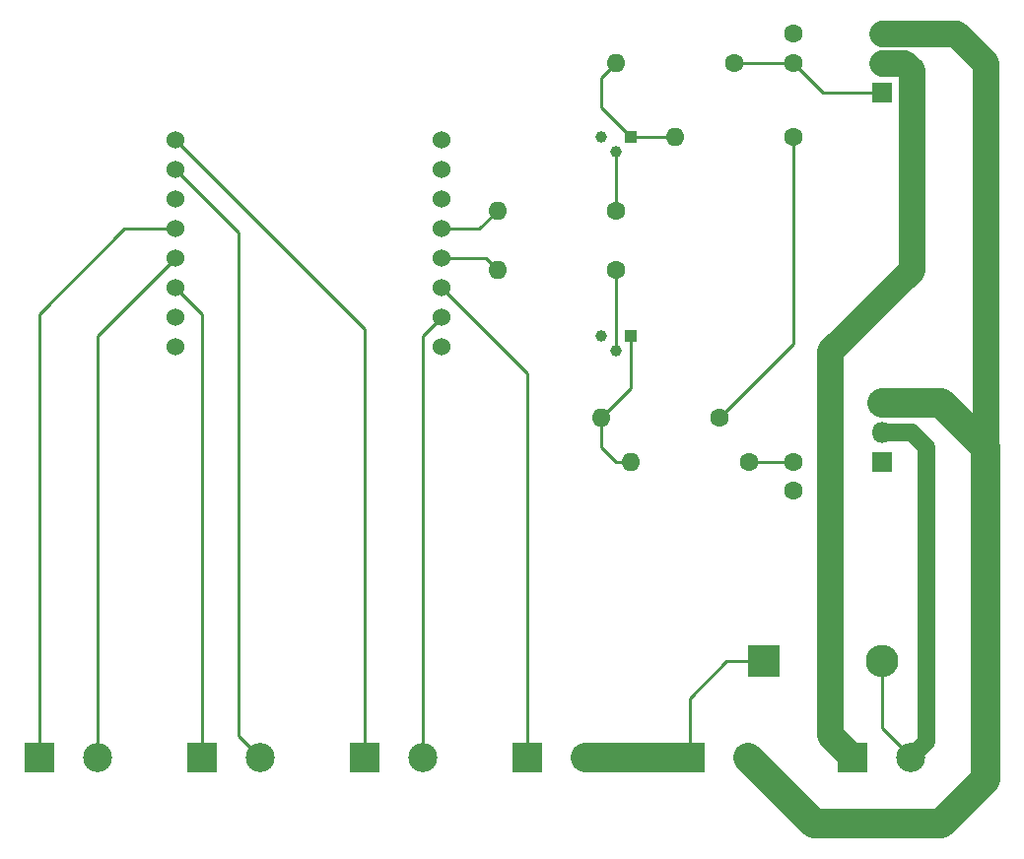
<source format=gtl>
G04 #@! TF.FileFunction,Copper,L1,Top,Signal*
%FSLAX46Y46*%
G04 Gerber Fmt 4.6, Leading zero omitted, Abs format (unit mm)*
G04 Created by KiCad (PCBNEW 4.0.6) date 08/24/17 20:09:39*
%MOMM*%
%LPD*%
G01*
G04 APERTURE LIST*
%ADD10C,0.100000*%
%ADD11C,1.600000*%
%ADD12R,2.800000X2.800000*%
%ADD13O,2.800000X2.800000*%
%ADD14R,2.500000X2.500000*%
%ADD15C,2.500000*%
%ADD16C,1.000000*%
%ADD17R,1.000000X1.000000*%
%ADD18R,1.800000X1.800000*%
%ADD19O,1.800000X1.800000*%
%ADD20O,1.600000X1.600000*%
%ADD21C,1.524000*%
%ADD22C,0.250000*%
%ADD23C,2.300000*%
%ADD24C,2.500000*%
%ADD25C,1.500000*%
G04 APERTURE END LIST*
D10*
D11*
X152400000Y-97790000D03*
X152400000Y-100290000D03*
X152400000Y-63500000D03*
X152400000Y-61000000D03*
D12*
X149860000Y-114935000D03*
D13*
X160020000Y-114935000D03*
D14*
X87630000Y-123190000D03*
D15*
X92630000Y-123190000D03*
D14*
X101600000Y-123190000D03*
D15*
X106600000Y-123190000D03*
D14*
X115570000Y-123190000D03*
D15*
X120570000Y-123190000D03*
D14*
X129540000Y-123190000D03*
D15*
X134540000Y-123190000D03*
D14*
X143510000Y-123190000D03*
D15*
X148510000Y-123190000D03*
D14*
X157480000Y-123190000D03*
D15*
X162480000Y-123190000D03*
D16*
X137160000Y-88265000D03*
X135890000Y-86995000D03*
D17*
X138430000Y-86995000D03*
D16*
X137160000Y-71120000D03*
X135890000Y-69850000D03*
D17*
X138430000Y-69850000D03*
D18*
X160020000Y-97790000D03*
D19*
X160020000Y-95250000D03*
X160020000Y-92710000D03*
D18*
X160020000Y-66040000D03*
D19*
X160020000Y-63500000D03*
X160020000Y-60960000D03*
D11*
X137160000Y-81280000D03*
D20*
X127000000Y-81280000D03*
D11*
X137160000Y-76200000D03*
D20*
X127000000Y-76200000D03*
D11*
X146050000Y-93980000D03*
D20*
X135890000Y-93980000D03*
D11*
X152400000Y-69850000D03*
D20*
X142240000Y-69850000D03*
D11*
X148590000Y-97790000D03*
D20*
X138430000Y-97790000D03*
D11*
X147320000Y-63500000D03*
D20*
X137160000Y-63500000D03*
D21*
X122195001Y-70125001D03*
X122195001Y-72665001D03*
X122195001Y-75205001D03*
X122195001Y-77745001D03*
X122195001Y-80285001D03*
X122195001Y-82825001D03*
X122195001Y-85365001D03*
X122195001Y-87905001D03*
X99335001Y-70125001D03*
X99335001Y-72665001D03*
X99335001Y-75205001D03*
X99335001Y-77745001D03*
X99335001Y-80285001D03*
X99335001Y-82825001D03*
X99335001Y-85365001D03*
X99335001Y-87905001D03*
X122195001Y-70125001D03*
D22*
X148590000Y-97790000D02*
X152400000Y-97790000D01*
D23*
X160020000Y-60960000D02*
X166370000Y-60960000D01*
X168910000Y-63500000D02*
X168910000Y-96520000D01*
X166370000Y-60960000D02*
X168910000Y-63500000D01*
D24*
X160020000Y-92710000D02*
X165100000Y-92710000D01*
X165100000Y-92710000D02*
X168910000Y-96520000D01*
X154225000Y-128905000D02*
X148510000Y-123190000D01*
X168910000Y-96520000D02*
X168910000Y-125095000D01*
X168910000Y-125095000D02*
X165100000Y-128905000D01*
X165100000Y-128905000D02*
X154225000Y-128905000D01*
D22*
X99335001Y-72665001D02*
X104775000Y-78105000D01*
X104775000Y-78105000D02*
X104775000Y-121365000D01*
X104775000Y-121365000D02*
X106600000Y-123190000D01*
X159980000Y-61000000D02*
X160020000Y-60960000D01*
X152400000Y-63500000D02*
X154940000Y-66040000D01*
X154940000Y-66040000D02*
X160020000Y-66040000D01*
X147320000Y-63500000D02*
X152400000Y-63500000D01*
X149860000Y-114935000D02*
X146685000Y-114935000D01*
X143510000Y-118110000D02*
X143510000Y-123190000D01*
X146685000Y-114935000D02*
X143510000Y-118110000D01*
D24*
X143510000Y-123190000D02*
X134540000Y-123190000D01*
D22*
X160020000Y-114935000D02*
X160020000Y-118745000D01*
X160020000Y-120650000D02*
X162480000Y-123110000D01*
X160020000Y-118745000D02*
X160020000Y-120650000D01*
X162480000Y-123110000D02*
X162480000Y-123190000D01*
D25*
X160020000Y-95250000D02*
X162560000Y-95250000D01*
X163830000Y-121840000D02*
X162480000Y-123190000D01*
X163830000Y-96520000D02*
X163830000Y-121840000D01*
X162560000Y-95250000D02*
X163830000Y-96520000D01*
D22*
X99335001Y-77745001D02*
X94974999Y-77745001D01*
X87630000Y-85090000D02*
X87630000Y-123190000D01*
X94974999Y-77745001D02*
X87630000Y-85090000D01*
X92630000Y-123190000D02*
X92630000Y-86990002D01*
X92630000Y-86990002D02*
X99335001Y-80285001D01*
X101600000Y-123190000D02*
X101600000Y-85090000D01*
X101600000Y-85090000D02*
X99335001Y-82825001D01*
X115570000Y-123190000D02*
X115570000Y-86360000D01*
X115570000Y-86360000D02*
X99335001Y-70125001D01*
X152400000Y-69850000D02*
X152400000Y-87630000D01*
X152400000Y-87630000D02*
X146050000Y-93980000D01*
X120570000Y-123190000D02*
X120570000Y-86990002D01*
X120570000Y-86990002D02*
X122195001Y-85365001D01*
X122195001Y-82825001D02*
X129540000Y-90170000D01*
X129540000Y-90170000D02*
X129540000Y-123190000D01*
D23*
X160020000Y-63500000D02*
X161925000Y-63500000D01*
X155575000Y-121285000D02*
X157480000Y-123190000D01*
X155575000Y-88265000D02*
X155575000Y-121285000D01*
X162560000Y-81280000D02*
X155575000Y-88265000D01*
X162560000Y-64135000D02*
X162560000Y-81280000D01*
X161925000Y-63500000D02*
X162560000Y-64135000D01*
D22*
X137160000Y-81280000D02*
X137160000Y-88265000D01*
X138430000Y-86995000D02*
X138430000Y-91440000D01*
X138430000Y-91440000D02*
X135890000Y-93980000D01*
X138430000Y-97790000D02*
X137160000Y-97790000D01*
X135890000Y-96520000D02*
X135890000Y-93980000D01*
X137160000Y-97790000D02*
X135890000Y-96520000D01*
X137160000Y-76200000D02*
X137160000Y-71120000D01*
X137160000Y-63500000D02*
X135890000Y-64770000D01*
X135890000Y-67310000D02*
X138430000Y-69850000D01*
X135890000Y-64770000D02*
X135890000Y-67310000D01*
X138430000Y-69850000D02*
X142240000Y-69850000D01*
X122195001Y-80285001D02*
X126005001Y-80285001D01*
X126005001Y-80285001D02*
X127000000Y-81280000D01*
X122195001Y-77745001D02*
X125454999Y-77745001D01*
X125454999Y-77745001D02*
X127000000Y-76200000D01*
M02*

</source>
